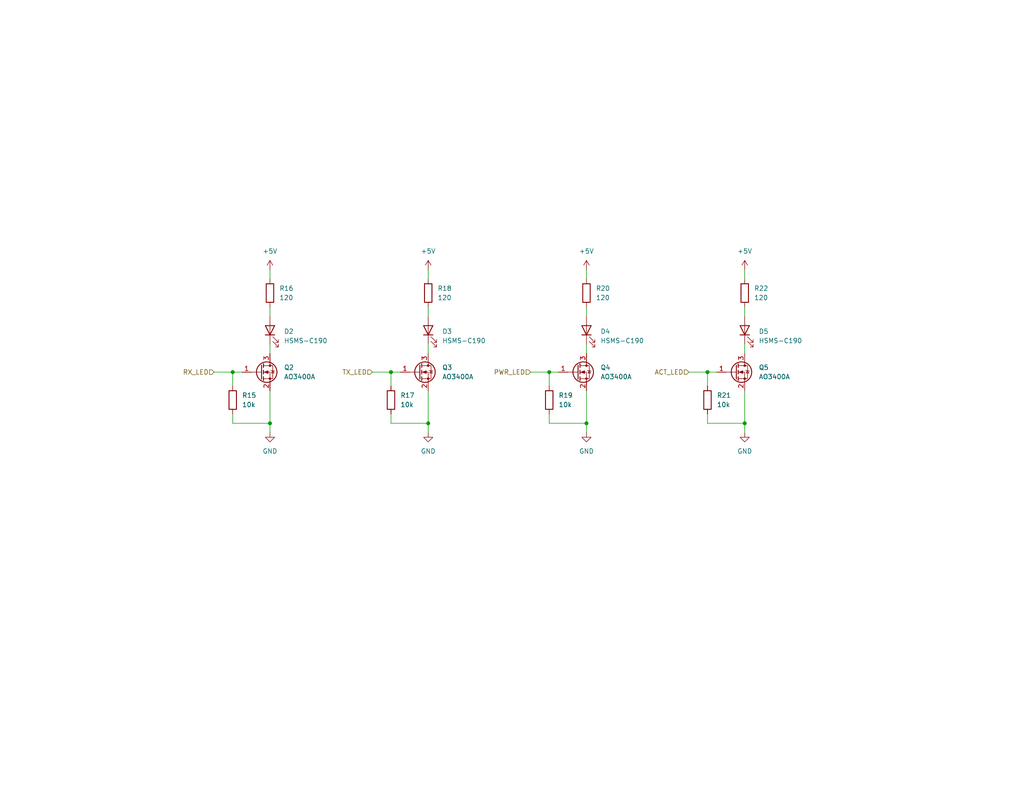
<source format=kicad_sch>
(kicad_sch (version 20211123) (generator eeschema)

  (uuid 833361f8-8c53-48ed-9658-52578bd70613)

  (paper "USLetter")

  (title_block
    (title "TJ Diag")
    (date "2023-09-12")
    (rev "V1.00")
    (company "andy@britishideas.com")
    (comment 1 "V210/ChryslerScanner_V210/schematic/ChryslerScanner_V210_schematic.pdf")
    (comment 2 "Based on: https://github.com/laszlodaniel/ChryslerScanner/blob/master/PCB/")
    (comment 3 "GPL V3 LICENSE")
  )

  (lib_symbols
    (symbol "Device:LED" (pin_numbers hide) (pin_names (offset 1.016) hide) (in_bom yes) (on_board yes)
      (property "Reference" "D" (id 0) (at 0 2.54 0)
        (effects (font (size 1.27 1.27)))
      )
      (property "Value" "LED" (id 1) (at 0 -2.54 0)
        (effects (font (size 1.27 1.27)))
      )
      (property "Footprint" "" (id 2) (at 0 0 0)
        (effects (font (size 1.27 1.27)) hide)
      )
      (property "Datasheet" "~" (id 3) (at 0 0 0)
        (effects (font (size 1.27 1.27)) hide)
      )
      (property "ki_keywords" "LED diode" (id 4) (at 0 0 0)
        (effects (font (size 1.27 1.27)) hide)
      )
      (property "ki_description" "Light emitting diode" (id 5) (at 0 0 0)
        (effects (font (size 1.27 1.27)) hide)
      )
      (property "ki_fp_filters" "LED* LED_SMD:* LED_THT:*" (id 6) (at 0 0 0)
        (effects (font (size 1.27 1.27)) hide)
      )
      (symbol "LED_0_1"
        (polyline
          (pts
            (xy -1.27 -1.27)
            (xy -1.27 1.27)
          )
          (stroke (width 0.254) (type default) (color 0 0 0 0))
          (fill (type none))
        )
        (polyline
          (pts
            (xy -1.27 0)
            (xy 1.27 0)
          )
          (stroke (width 0) (type default) (color 0 0 0 0))
          (fill (type none))
        )
        (polyline
          (pts
            (xy 1.27 -1.27)
            (xy 1.27 1.27)
            (xy -1.27 0)
            (xy 1.27 -1.27)
          )
          (stroke (width 0.254) (type default) (color 0 0 0 0))
          (fill (type none))
        )
        (polyline
          (pts
            (xy -3.048 -0.762)
            (xy -4.572 -2.286)
            (xy -3.81 -2.286)
            (xy -4.572 -2.286)
            (xy -4.572 -1.524)
          )
          (stroke (width 0) (type default) (color 0 0 0 0))
          (fill (type none))
        )
        (polyline
          (pts
            (xy -1.778 -0.762)
            (xy -3.302 -2.286)
            (xy -2.54 -2.286)
            (xy -3.302 -2.286)
            (xy -3.302 -1.524)
          )
          (stroke (width 0) (type default) (color 0 0 0 0))
          (fill (type none))
        )
      )
      (symbol "LED_1_1"
        (pin passive line (at -3.81 0 0) (length 2.54)
          (name "K" (effects (font (size 1.27 1.27))))
          (number "1" (effects (font (size 1.27 1.27))))
        )
        (pin passive line (at 3.81 0 180) (length 2.54)
          (name "A" (effects (font (size 1.27 1.27))))
          (number "2" (effects (font (size 1.27 1.27))))
        )
      )
    )
    (symbol "Device:R" (pin_numbers hide) (pin_names (offset 0)) (in_bom yes) (on_board yes)
      (property "Reference" "R" (id 0) (at 2.032 0 90)
        (effects (font (size 1.27 1.27)))
      )
      (property "Value" "R" (id 1) (at 0 0 90)
        (effects (font (size 1.27 1.27)))
      )
      (property "Footprint" "" (id 2) (at -1.778 0 90)
        (effects (font (size 1.27 1.27)) hide)
      )
      (property "Datasheet" "~" (id 3) (at 0 0 0)
        (effects (font (size 1.27 1.27)) hide)
      )
      (property "ki_keywords" "R res resistor" (id 4) (at 0 0 0)
        (effects (font (size 1.27 1.27)) hide)
      )
      (property "ki_description" "Resistor" (id 5) (at 0 0 0)
        (effects (font (size 1.27 1.27)) hide)
      )
      (property "ki_fp_filters" "R_*" (id 6) (at 0 0 0)
        (effects (font (size 1.27 1.27)) hide)
      )
      (symbol "R_0_1"
        (rectangle (start -1.016 -2.54) (end 1.016 2.54)
          (stroke (width 0.254) (type default) (color 0 0 0 0))
          (fill (type none))
        )
      )
      (symbol "R_1_1"
        (pin passive line (at 0 3.81 270) (length 1.27)
          (name "~" (effects (font (size 1.27 1.27))))
          (number "1" (effects (font (size 1.27 1.27))))
        )
        (pin passive line (at 0 -3.81 90) (length 1.27)
          (name "~" (effects (font (size 1.27 1.27))))
          (number "2" (effects (font (size 1.27 1.27))))
        )
      )
    )
    (symbol "Transistor_FET:AO3400A" (pin_names hide) (in_bom yes) (on_board yes)
      (property "Reference" "Q" (id 0) (at 5.08 1.905 0)
        (effects (font (size 1.27 1.27)) (justify left))
      )
      (property "Value" "AO3400A" (id 1) (at 5.08 0 0)
        (effects (font (size 1.27 1.27)) (justify left))
      )
      (property "Footprint" "Package_TO_SOT_SMD:SOT-23" (id 2) (at 5.08 -1.905 0)
        (effects (font (size 1.27 1.27) italic) (justify left) hide)
      )
      (property "Datasheet" "http://www.aosmd.com/pdfs/datasheet/AO3400A.pdf" (id 3) (at 0 0 0)
        (effects (font (size 1.27 1.27)) (justify left) hide)
      )
      (property "ki_keywords" "N-Channel MOSFET" (id 4) (at 0 0 0)
        (effects (font (size 1.27 1.27)) hide)
      )
      (property "ki_description" "30V Vds, 5.7A Id, N-Channel MOSFET, SOT-23" (id 5) (at 0 0 0)
        (effects (font (size 1.27 1.27)) hide)
      )
      (property "ki_fp_filters" "SOT?23*" (id 6) (at 0 0 0)
        (effects (font (size 1.27 1.27)) hide)
      )
      (symbol "AO3400A_0_1"
        (polyline
          (pts
            (xy 0.254 0)
            (xy -2.54 0)
          )
          (stroke (width 0) (type default) (color 0 0 0 0))
          (fill (type none))
        )
        (polyline
          (pts
            (xy 0.254 1.905)
            (xy 0.254 -1.905)
          )
          (stroke (width 0.254) (type default) (color 0 0 0 0))
          (fill (type none))
        )
        (polyline
          (pts
            (xy 0.762 -1.27)
            (xy 0.762 -2.286)
          )
          (stroke (width 0.254) (type default) (color 0 0 0 0))
          (fill (type none))
        )
        (polyline
          (pts
            (xy 0.762 0.508)
            (xy 0.762 -0.508)
          )
          (stroke (width 0.254) (type default) (color 0 0 0 0))
          (fill (type none))
        )
        (polyline
          (pts
            (xy 0.762 2.286)
            (xy 0.762 1.27)
          )
          (stroke (width 0.254) (type default) (color 0 0 0 0))
          (fill (type none))
        )
        (polyline
          (pts
            (xy 2.54 2.54)
            (xy 2.54 1.778)
          )
          (stroke (width 0) (type default) (color 0 0 0 0))
          (fill (type none))
        )
        (polyline
          (pts
            (xy 2.54 -2.54)
            (xy 2.54 0)
            (xy 0.762 0)
          )
          (stroke (width 0) (type default) (color 0 0 0 0))
          (fill (type none))
        )
        (polyline
          (pts
            (xy 0.762 -1.778)
            (xy 3.302 -1.778)
            (xy 3.302 1.778)
            (xy 0.762 1.778)
          )
          (stroke (width 0) (type default) (color 0 0 0 0))
          (fill (type none))
        )
        (polyline
          (pts
            (xy 1.016 0)
            (xy 2.032 0.381)
            (xy 2.032 -0.381)
            (xy 1.016 0)
          )
          (stroke (width 0) (type default) (color 0 0 0 0))
          (fill (type outline))
        )
        (polyline
          (pts
            (xy 2.794 0.508)
            (xy 2.921 0.381)
            (xy 3.683 0.381)
            (xy 3.81 0.254)
          )
          (stroke (width 0) (type default) (color 0 0 0 0))
          (fill (type none))
        )
        (polyline
          (pts
            (xy 3.302 0.381)
            (xy 2.921 -0.254)
            (xy 3.683 -0.254)
            (xy 3.302 0.381)
          )
          (stroke (width 0) (type default) (color 0 0 0 0))
          (fill (type none))
        )
        (circle (center 1.651 0) (radius 2.794)
          (stroke (width 0.254) (type default) (color 0 0 0 0))
          (fill (type none))
        )
        (circle (center 2.54 -1.778) (radius 0.254)
          (stroke (width 0) (type default) (color 0 0 0 0))
          (fill (type outline))
        )
        (circle (center 2.54 1.778) (radius 0.254)
          (stroke (width 0) (type default) (color 0 0 0 0))
          (fill (type outline))
        )
      )
      (symbol "AO3400A_1_1"
        (pin input line (at -5.08 0 0) (length 2.54)
          (name "G" (effects (font (size 1.27 1.27))))
          (number "1" (effects (font (size 1.27 1.27))))
        )
        (pin passive line (at 2.54 -5.08 90) (length 2.54)
          (name "S" (effects (font (size 1.27 1.27))))
          (number "2" (effects (font (size 1.27 1.27))))
        )
        (pin passive line (at 2.54 5.08 270) (length 2.54)
          (name "D" (effects (font (size 1.27 1.27))))
          (number "3" (effects (font (size 1.27 1.27))))
        )
      )
    )
    (symbol "power:+5V" (power) (pin_names (offset 0)) (in_bom yes) (on_board yes)
      (property "Reference" "#PWR" (id 0) (at 0 -3.81 0)
        (effects (font (size 1.27 1.27)) hide)
      )
      (property "Value" "+5V" (id 1) (at 0 3.556 0)
        (effects (font (size 1.27 1.27)))
      )
      (property "Footprint" "" (id 2) (at 0 0 0)
        (effects (font (size 1.27 1.27)) hide)
      )
      (property "Datasheet" "" (id 3) (at 0 0 0)
        (effects (font (size 1.27 1.27)) hide)
      )
      (property "ki_keywords" "power-flag" (id 4) (at 0 0 0)
        (effects (font (size 1.27 1.27)) hide)
      )
      (property "ki_description" "Power symbol creates a global label with name \"+5V\"" (id 5) (at 0 0 0)
        (effects (font (size 1.27 1.27)) hide)
      )
      (symbol "+5V_0_1"
        (polyline
          (pts
            (xy -0.762 1.27)
            (xy 0 2.54)
          )
          (stroke (width 0) (type default) (color 0 0 0 0))
          (fill (type none))
        )
        (polyline
          (pts
            (xy 0 0)
            (xy 0 2.54)
          )
          (stroke (width 0) (type default) (color 0 0 0 0))
          (fill (type none))
        )
        (polyline
          (pts
            (xy 0 2.54)
            (xy 0.762 1.27)
          )
          (stroke (width 0) (type default) (color 0 0 0 0))
          (fill (type none))
        )
      )
      (symbol "+5V_1_1"
        (pin power_in line (at 0 0 90) (length 0) hide
          (name "+5V" (effects (font (size 1.27 1.27))))
          (number "1" (effects (font (size 1.27 1.27))))
        )
      )
    )
    (symbol "power:GND" (power) (pin_names (offset 0)) (in_bom yes) (on_board yes)
      (property "Reference" "#PWR" (id 0) (at 0 -6.35 0)
        (effects (font (size 1.27 1.27)) hide)
      )
      (property "Value" "GND" (id 1) (at 0 -3.81 0)
        (effects (font (size 1.27 1.27)))
      )
      (property "Footprint" "" (id 2) (at 0 0 0)
        (effects (font (size 1.27 1.27)) hide)
      )
      (property "Datasheet" "" (id 3) (at 0 0 0)
        (effects (font (size 1.27 1.27)) hide)
      )
      (property "ki_keywords" "power-flag" (id 4) (at 0 0 0)
        (effects (font (size 1.27 1.27)) hide)
      )
      (property "ki_description" "Power symbol creates a global label with name \"GND\" , ground" (id 5) (at 0 0 0)
        (effects (font (size 1.27 1.27)) hide)
      )
      (symbol "GND_0_1"
        (polyline
          (pts
            (xy 0 0)
            (xy 0 -1.27)
            (xy 1.27 -1.27)
            (xy 0 -2.54)
            (xy -1.27 -1.27)
            (xy 0 -1.27)
          )
          (stroke (width 0) (type default) (color 0 0 0 0))
          (fill (type none))
        )
      )
      (symbol "GND_1_1"
        (pin power_in line (at 0 0 270) (length 0) hide
          (name "GND" (effects (font (size 1.27 1.27))))
          (number "1" (effects (font (size 1.27 1.27))))
        )
      )
    )
  )

  (junction (at 116.84 115.57) (diameter 0) (color 0 0 0 0)
    (uuid 04830953-29b6-4d97-9c19-28ddd0e510ed)
  )
  (junction (at 160.02 115.57) (diameter 0) (color 0 0 0 0)
    (uuid 5cf9dd07-6573-4736-927e-fe23441ef46d)
  )
  (junction (at 203.2 115.57) (diameter 0) (color 0 0 0 0)
    (uuid 7cc5bec8-15b4-469c-9a77-8d6a836c64d1)
  )
  (junction (at 63.5 101.6) (diameter 0) (color 0 0 0 0)
    (uuid 7fe89f71-b954-40ef-b64d-61665c52b1ad)
  )
  (junction (at 149.86 101.6) (diameter 0) (color 0 0 0 0)
    (uuid aca32e46-1928-42a1-bc8a-fdc0cec93761)
  )
  (junction (at 193.04 101.6) (diameter 0) (color 0 0 0 0)
    (uuid c8a0831f-12b2-46ab-9a57-bf98944c78e8)
  )
  (junction (at 106.68 101.6) (diameter 0) (color 0 0 0 0)
    (uuid d1416e9a-51b2-47d0-b940-643b9946685d)
  )
  (junction (at 73.66 115.57) (diameter 0) (color 0 0 0 0)
    (uuid dc322aed-873e-4def-98ed-e390f1233244)
  )

  (wire (pts (xy 106.68 115.57) (xy 116.84 115.57))
    (stroke (width 0) (type default) (color 0 0 0 0))
    (uuid 00cff15f-de39-432c-af9b-c2659418369c)
  )
  (wire (pts (xy 149.86 101.6) (xy 149.86 105.41))
    (stroke (width 0) (type default) (color 0 0 0 0))
    (uuid 0219b13e-9e84-4aca-be40-8a34d42fb5c7)
  )
  (wire (pts (xy 160.02 115.57) (xy 160.02 118.11))
    (stroke (width 0) (type default) (color 0 0 0 0))
    (uuid 037b9295-d260-49ef-a6d9-b323016d2008)
  )
  (wire (pts (xy 193.04 113.03) (xy 193.04 115.57))
    (stroke (width 0) (type default) (color 0 0 0 0))
    (uuid 03922e81-bd37-47a0-986c-8e75a0bccef9)
  )
  (wire (pts (xy 101.6 101.6) (xy 106.68 101.6))
    (stroke (width 0) (type default) (color 0 0 0 0))
    (uuid 089c5510-b17d-4c6c-8ba6-7e4243684698)
  )
  (wire (pts (xy 193.04 115.57) (xy 203.2 115.57))
    (stroke (width 0) (type default) (color 0 0 0 0))
    (uuid 0b2863bd-f84e-434e-a283-b0f57511e3c9)
  )
  (wire (pts (xy 160.02 73.66) (xy 160.02 76.2))
    (stroke (width 0) (type default) (color 0 0 0 0))
    (uuid 0dbec77a-32b2-401f-94e3-8a69acee606f)
  )
  (wire (pts (xy 203.2 83.82) (xy 203.2 86.36))
    (stroke (width 0) (type default) (color 0 0 0 0))
    (uuid 206d5066-bae9-4662-ae72-7289c84c18f6)
  )
  (wire (pts (xy 160.02 83.82) (xy 160.02 86.36))
    (stroke (width 0) (type default) (color 0 0 0 0))
    (uuid 2f93924d-b64e-4583-8d3e-7176997926f8)
  )
  (wire (pts (xy 116.84 115.57) (xy 116.84 118.11))
    (stroke (width 0) (type default) (color 0 0 0 0))
    (uuid 317fb52a-e2bd-486e-a68e-629cbe156465)
  )
  (wire (pts (xy 160.02 106.68) (xy 160.02 115.57))
    (stroke (width 0) (type default) (color 0 0 0 0))
    (uuid 33754347-34c9-4ce9-ab9b-8e1817308665)
  )
  (wire (pts (xy 144.78 101.6) (xy 149.86 101.6))
    (stroke (width 0) (type default) (color 0 0 0 0))
    (uuid 67d974d2-75c9-40e8-9aba-26f61f0100ea)
  )
  (wire (pts (xy 106.68 101.6) (xy 106.68 105.41))
    (stroke (width 0) (type default) (color 0 0 0 0))
    (uuid 6f74fa48-6caf-4eba-926b-dab33f701555)
  )
  (wire (pts (xy 116.84 106.68) (xy 116.84 115.57))
    (stroke (width 0) (type default) (color 0 0 0 0))
    (uuid 7c0bb3c1-c6f4-48ff-ae8f-b9645912cca1)
  )
  (wire (pts (xy 63.5 115.57) (xy 73.66 115.57))
    (stroke (width 0) (type default) (color 0 0 0 0))
    (uuid 7fc7c0b3-2bd0-4f33-ace7-25a44e710c26)
  )
  (wire (pts (xy 195.58 101.6) (xy 193.04 101.6))
    (stroke (width 0) (type default) (color 0 0 0 0))
    (uuid 80de4abb-7f12-4a9b-ba3d-a66c1581afa7)
  )
  (wire (pts (xy 203.2 106.68) (xy 203.2 115.57))
    (stroke (width 0) (type default) (color 0 0 0 0))
    (uuid 8e75d6b7-1a16-49b5-8db3-f790e912ab2e)
  )
  (wire (pts (xy 149.86 115.57) (xy 160.02 115.57))
    (stroke (width 0) (type default) (color 0 0 0 0))
    (uuid 9200acd8-f677-4d12-b165-cbde95189181)
  )
  (wire (pts (xy 63.5 113.03) (xy 63.5 115.57))
    (stroke (width 0) (type default) (color 0 0 0 0))
    (uuid 93213cec-399d-470e-9bed-c19b56fca9eb)
  )
  (wire (pts (xy 73.66 93.98) (xy 73.66 96.52))
    (stroke (width 0) (type default) (color 0 0 0 0))
    (uuid 93d651e6-72ea-4760-b1b8-aeb4a0722a21)
  )
  (wire (pts (xy 66.04 101.6) (xy 63.5 101.6))
    (stroke (width 0) (type default) (color 0 0 0 0))
    (uuid 9617f98a-054e-4e8a-a8c8-881c99604ee7)
  )
  (wire (pts (xy 73.66 106.68) (xy 73.66 115.57))
    (stroke (width 0) (type default) (color 0 0 0 0))
    (uuid a4ffc0aa-2f9b-4a52-af0b-f77e9bb572a2)
  )
  (wire (pts (xy 160.02 93.98) (xy 160.02 96.52))
    (stroke (width 0) (type default) (color 0 0 0 0))
    (uuid aae5cd89-64d8-4615-a214-2511ed87102c)
  )
  (wire (pts (xy 203.2 93.98) (xy 203.2 96.52))
    (stroke (width 0) (type default) (color 0 0 0 0))
    (uuid af620e5e-2289-46ba-9ef3-3b9395886f50)
  )
  (wire (pts (xy 73.66 73.66) (xy 73.66 76.2))
    (stroke (width 0) (type default) (color 0 0 0 0))
    (uuid b2cf3fb0-8006-4879-bac4-dae77a6f007c)
  )
  (wire (pts (xy 203.2 73.66) (xy 203.2 76.2))
    (stroke (width 0) (type default) (color 0 0 0 0))
    (uuid b32eeab8-23a3-429b-a1d1-643696ee3b43)
  )
  (wire (pts (xy 63.5 101.6) (xy 63.5 105.41))
    (stroke (width 0) (type default) (color 0 0 0 0))
    (uuid b4b1efc9-0402-4b02-8a6e-1fe535c16b45)
  )
  (wire (pts (xy 109.22 101.6) (xy 106.68 101.6))
    (stroke (width 0) (type default) (color 0 0 0 0))
    (uuid b63ab098-2b9c-4212-9296-54478c3c8eb5)
  )
  (wire (pts (xy 106.68 113.03) (xy 106.68 115.57))
    (stroke (width 0) (type default) (color 0 0 0 0))
    (uuid ba38702c-527a-4127-af17-207e7a97c6fc)
  )
  (wire (pts (xy 187.96 101.6) (xy 193.04 101.6))
    (stroke (width 0) (type default) (color 0 0 0 0))
    (uuid bc9f3d57-a193-4e04-bcba-a7a13b7506fb)
  )
  (wire (pts (xy 58.42 101.6) (xy 63.5 101.6))
    (stroke (width 0) (type default) (color 0 0 0 0))
    (uuid c3b60cb4-12c7-4ff9-b38c-b065572dd9fa)
  )
  (wire (pts (xy 152.4 101.6) (xy 149.86 101.6))
    (stroke (width 0) (type default) (color 0 0 0 0))
    (uuid c62c8741-05c2-4690-971f-237d7c4327a4)
  )
  (wire (pts (xy 116.84 73.66) (xy 116.84 76.2))
    (stroke (width 0) (type default) (color 0 0 0 0))
    (uuid cb9c1808-a89d-4d41-bdc0-7e4dedfb36e8)
  )
  (wire (pts (xy 73.66 115.57) (xy 73.66 118.11))
    (stroke (width 0) (type default) (color 0 0 0 0))
    (uuid d18622a1-4b31-44ca-8b4e-25cc9a41c099)
  )
  (wire (pts (xy 73.66 83.82) (xy 73.66 86.36))
    (stroke (width 0) (type default) (color 0 0 0 0))
    (uuid d83892f6-c7d1-46d7-a213-1a6334af9167)
  )
  (wire (pts (xy 149.86 113.03) (xy 149.86 115.57))
    (stroke (width 0) (type default) (color 0 0 0 0))
    (uuid e86be2b4-4401-4fb1-b865-b7aa7ff80ce2)
  )
  (wire (pts (xy 193.04 101.6) (xy 193.04 105.41))
    (stroke (width 0) (type default) (color 0 0 0 0))
    (uuid e9e64243-45ec-49e2-bfac-b389c2f1a0a6)
  )
  (wire (pts (xy 203.2 115.57) (xy 203.2 118.11))
    (stroke (width 0) (type default) (color 0 0 0 0))
    (uuid eea32a2d-ad40-4d08-88f7-43305e925231)
  )
  (wire (pts (xy 116.84 93.98) (xy 116.84 96.52))
    (stroke (width 0) (type default) (color 0 0 0 0))
    (uuid f738e2e0-1ad7-4e93-b28f-d289f28e63de)
  )
  (wire (pts (xy 116.84 83.82) (xy 116.84 86.36))
    (stroke (width 0) (type default) (color 0 0 0 0))
    (uuid f879d52b-cecc-4848-9ffe-a19ad23938d8)
  )

  (hierarchical_label "ACT_LED" (shape input) (at 187.96 101.6 180)
    (effects (font (size 1.27 1.27)) (justify right))
    (uuid 1840e748-ed01-41fc-af12-5ae8b7146c5f)
  )
  (hierarchical_label "PWR_LED" (shape input) (at 144.78 101.6 180)
    (effects (font (size 1.27 1.27)) (justify right))
    (uuid 3dbe85ff-09e5-4646-9149-e783fc9cbbef)
  )
  (hierarchical_label "RX_LED" (shape input) (at 58.42 101.6 180)
    (effects (font (size 1.27 1.27)) (justify right))
    (uuid 678f376b-8e7f-402c-9fa4-5194a39ab061)
  )
  (hierarchical_label "TX_LED" (shape input) (at 101.6 101.6 180)
    (effects (font (size 1.27 1.27)) (justify right))
    (uuid 8800e02e-a629-4bfa-84d2-56f0a431e20c)
  )

  (symbol (lib_id "power:GND") (at 203.2 118.11 0) (unit 1)
    (in_bom yes) (on_board yes) (fields_autoplaced)
    (uuid 082b0287-de18-42e6-9b57-bb9231c3629f)
    (property "Reference" "#PWR030" (id 0) (at 203.2 124.46 0)
      (effects (font (size 1.27 1.27)) hide)
    )
    (property "Value" "GND" (id 1) (at 203.2 123.19 0))
    (property "Footprint" "" (id 2) (at 203.2 118.11 0)
      (effects (font (size 1.27 1.27)) hide)
    )
    (property "Datasheet" "" (id 3) (at 203.2 118.11 0)
      (effects (font (size 1.27 1.27)) hide)
    )
    (pin "1" (uuid ee5ff7e9-482d-4d7d-bf65-f58d63c6027b))
  )

  (symbol (lib_id "power:GND") (at 160.02 118.11 0) (unit 1)
    (in_bom yes) (on_board yes) (fields_autoplaced)
    (uuid 0fd6704f-f452-49d5-b75b-27340646f8ab)
    (property "Reference" "#PWR028" (id 0) (at 160.02 124.46 0)
      (effects (font (size 1.27 1.27)) hide)
    )
    (property "Value" "GND" (id 1) (at 160.02 123.19 0))
    (property "Footprint" "" (id 2) (at 160.02 118.11 0)
      (effects (font (size 1.27 1.27)) hide)
    )
    (property "Datasheet" "" (id 3) (at 160.02 118.11 0)
      (effects (font (size 1.27 1.27)) hide)
    )
    (pin "1" (uuid a5649593-101c-443e-b150-a7fe4a238dec))
  )

  (symbol (lib_id "Device:R") (at 63.5 109.22 0) (unit 1)
    (in_bom yes) (on_board yes) (fields_autoplaced)
    (uuid 1905d65c-40c2-47e3-b5e5-59bb6e9e0601)
    (property "Reference" "R15" (id 0) (at 66.04 107.9499 0)
      (effects (font (size 1.27 1.27)) (justify left))
    )
    (property "Value" "10k" (id 1) (at 66.04 110.4899 0)
      (effects (font (size 1.27 1.27)) (justify left))
    )
    (property "Footprint" "Resistor_SMD:R_0603_1608Metric" (id 2) (at 61.722 109.22 90)
      (effects (font (size 1.27 1.27)) hide)
    )
    (property "Datasheet" "~" (id 3) (at 63.5 109.22 0)
      (effects (font (size 1.27 1.27)) hide)
    )
    (pin "1" (uuid d8cecc19-8512-4972-8884-94bcce837e68))
    (pin "2" (uuid 628d788f-7c4a-4d61-aa77-e1ddf3626583))
  )

  (symbol (lib_id "Device:LED") (at 73.66 90.17 90) (unit 1)
    (in_bom yes) (on_board yes) (fields_autoplaced)
    (uuid 1d48c4e8-4db9-4db6-b508-64a7bee61ea3)
    (property "Reference" "D2" (id 0) (at 77.47 90.4874 90)
      (effects (font (size 1.27 1.27)) (justify right))
    )
    (property "Value" "HSMS-C190" (id 1) (at 77.47 93.0274 90)
      (effects (font (size 1.27 1.27)) (justify right))
    )
    (property "Footprint" "LED_SMD:LED_0603_1608Metric" (id 2) (at 73.66 90.17 0)
      (effects (font (size 1.27 1.27)) hide)
    )
    (property "Datasheet" "~" (id 3) (at 73.66 90.17 0)
      (effects (font (size 1.27 1.27)) hide)
    )
    (pin "1" (uuid dd1ea112-7bed-4bcd-a963-1c186f3ce7f1))
    (pin "2" (uuid 2a1fa406-6e0e-40d8-8636-bfaecf6296c0))
  )

  (symbol (lib_id "Device:R") (at 149.86 109.22 0) (unit 1)
    (in_bom yes) (on_board yes) (fields_autoplaced)
    (uuid 25c2271f-0528-4c13-82fd-d7e16ca273a5)
    (property "Reference" "R19" (id 0) (at 152.4 107.9499 0)
      (effects (font (size 1.27 1.27)) (justify left))
    )
    (property "Value" "10k" (id 1) (at 152.4 110.4899 0)
      (effects (font (size 1.27 1.27)) (justify left))
    )
    (property "Footprint" "Resistor_SMD:R_0603_1608Metric" (id 2) (at 148.082 109.22 90)
      (effects (font (size 1.27 1.27)) hide)
    )
    (property "Datasheet" "~" (id 3) (at 149.86 109.22 0)
      (effects (font (size 1.27 1.27)) hide)
    )
    (pin "1" (uuid ad7e2017-a73b-4710-94f1-9b5b5fa78183))
    (pin "2" (uuid ca162253-ca12-42e9-ba27-d2a5004b80d4))
  )

  (symbol (lib_id "power:+5V") (at 203.2 73.66 0) (unit 1)
    (in_bom yes) (on_board yes) (fields_autoplaced)
    (uuid 2bf0ebc9-9337-4f95-8327-8183d71b5c56)
    (property "Reference" "#PWR029" (id 0) (at 203.2 77.47 0)
      (effects (font (size 1.27 1.27)) hide)
    )
    (property "Value" "+5V" (id 1) (at 203.2 68.58 0))
    (property "Footprint" "" (id 2) (at 203.2 73.66 0)
      (effects (font (size 1.27 1.27)) hide)
    )
    (property "Datasheet" "" (id 3) (at 203.2 73.66 0)
      (effects (font (size 1.27 1.27)) hide)
    )
    (pin "1" (uuid 83c136ce-bc99-4649-9ef4-56579651bc0f))
  )

  (symbol (lib_id "Transistor_FET:AO3400A") (at 71.12 101.6 0) (unit 1)
    (in_bom yes) (on_board yes) (fields_autoplaced)
    (uuid 2d82e73c-aa02-411d-885c-11d77e6dcf61)
    (property "Reference" "Q2" (id 0) (at 77.47 100.3299 0)
      (effects (font (size 1.27 1.27)) (justify left))
    )
    (property "Value" "AO3400A" (id 1) (at 77.47 102.8699 0)
      (effects (font (size 1.27 1.27)) (justify left))
    )
    (property "Footprint" "Package_TO_SOT_SMD:SOT-23" (id 2) (at 76.2 103.505 0)
      (effects (font (size 1.27 1.27) italic) (justify left) hide)
    )
    (property "Datasheet" "http://www.aosmd.com/pdfs/datasheet/AO3400A.pdf" (id 3) (at 71.12 101.6 0)
      (effects (font (size 1.27 1.27)) (justify left) hide)
    )
    (property "manf#" "AO3400A" (id 4) (at 71.12 101.6 0)
      (effects (font (size 1.27 1.27)) hide)
    )
    (pin "1" (uuid 8667a27a-380c-457f-9998-5f3468b50534))
    (pin "2" (uuid f4d92d28-2314-4235-adfe-67c196508309))
    (pin "3" (uuid 7b7ae8b5-8c38-48a3-88c1-23978158d0f9))
  )

  (symbol (lib_id "power:GND") (at 116.84 118.11 0) (unit 1)
    (in_bom yes) (on_board yes) (fields_autoplaced)
    (uuid 30155fa8-0cfb-4d1c-bf7c-fd1ac498f660)
    (property "Reference" "#PWR026" (id 0) (at 116.84 124.46 0)
      (effects (font (size 1.27 1.27)) hide)
    )
    (property "Value" "GND" (id 1) (at 116.84 123.19 0))
    (property "Footprint" "" (id 2) (at 116.84 118.11 0)
      (effects (font (size 1.27 1.27)) hide)
    )
    (property "Datasheet" "" (id 3) (at 116.84 118.11 0)
      (effects (font (size 1.27 1.27)) hide)
    )
    (pin "1" (uuid d5eb4dc5-93a7-49f6-b0de-603c1bad2299))
  )

  (symbol (lib_id "Device:R") (at 73.66 80.01 0) (unit 1)
    (in_bom yes) (on_board yes) (fields_autoplaced)
    (uuid 3c81297c-888b-4b6e-84d1-17e1657974a9)
    (property "Reference" "R16" (id 0) (at 76.2 78.7399 0)
      (effects (font (size 1.27 1.27)) (justify left))
    )
    (property "Value" "120" (id 1) (at 76.2 81.2799 0)
      (effects (font (size 1.27 1.27)) (justify left))
    )
    (property "Footprint" "Resistor_SMD:R_0603_1608Metric" (id 2) (at 71.882 80.01 90)
      (effects (font (size 1.27 1.27)) hide)
    )
    (property "Datasheet" "~" (id 3) (at 73.66 80.01 0)
      (effects (font (size 1.27 1.27)) hide)
    )
    (pin "1" (uuid 3fdcd470-0ad5-492a-92a4-889bcbd2102c))
    (pin "2" (uuid 1e812d13-adf3-487c-ad7d-b4a26491b207))
  )

  (symbol (lib_id "Transistor_FET:AO3400A") (at 157.48 101.6 0) (unit 1)
    (in_bom yes) (on_board yes) (fields_autoplaced)
    (uuid 43f7aaac-8d15-474e-879e-ee6964198cb7)
    (property "Reference" "Q4" (id 0) (at 163.83 100.3299 0)
      (effects (font (size 1.27 1.27)) (justify left))
    )
    (property "Value" "AO3400A" (id 1) (at 163.83 102.8699 0)
      (effects (font (size 1.27 1.27)) (justify left))
    )
    (property "Footprint" "Package_TO_SOT_SMD:SOT-23" (id 2) (at 162.56 103.505 0)
      (effects (font (size 1.27 1.27) italic) (justify left) hide)
    )
    (property "Datasheet" "http://www.aosmd.com/pdfs/datasheet/AO3400A.pdf" (id 3) (at 157.48 101.6 0)
      (effects (font (size 1.27 1.27)) (justify left) hide)
    )
    (property "manf#" "AO3400A" (id 4) (at 157.48 101.6 0)
      (effects (font (size 1.27 1.27)) hide)
    )
    (pin "1" (uuid 53224df4-a069-473e-b1d3-621b83d99d3b))
    (pin "2" (uuid 9e0a24cf-22d9-4161-adb7-670c57e72ceb))
    (pin "3" (uuid d09ef953-558a-4d77-96b1-bdc7304fd9d6))
  )

  (symbol (lib_id "Transistor_FET:AO3400A") (at 200.66 101.6 0) (unit 1)
    (in_bom yes) (on_board yes) (fields_autoplaced)
    (uuid 482261bd-72b4-40b7-8b50-b592e421127f)
    (property "Reference" "Q5" (id 0) (at 207.01 100.3299 0)
      (effects (font (size 1.27 1.27)) (justify left))
    )
    (property "Value" "AO3400A" (id 1) (at 207.01 102.8699 0)
      (effects (font (size 1.27 1.27)) (justify left))
    )
    (property "Footprint" "Package_TO_SOT_SMD:SOT-23" (id 2) (at 205.74 103.505 0)
      (effects (font (size 1.27 1.27) italic) (justify left) hide)
    )
    (property "Datasheet" "http://www.aosmd.com/pdfs/datasheet/AO3400A.pdf" (id 3) (at 200.66 101.6 0)
      (effects (font (size 1.27 1.27)) (justify left) hide)
    )
    (property "manf#" "AO3400A" (id 4) (at 200.66 101.6 0)
      (effects (font (size 1.27 1.27)) hide)
    )
    (pin "1" (uuid 51b2a089-12a0-4708-baec-94c9b627bd7b))
    (pin "2" (uuid c42dc5ec-751a-4f83-a9d0-6c5c27ee4afb))
    (pin "3" (uuid e0504c7d-da6e-479a-a185-ca13ae7362a7))
  )

  (symbol (lib_id "power:+5V") (at 73.66 73.66 0) (unit 1)
    (in_bom yes) (on_board yes) (fields_autoplaced)
    (uuid 4c28f5db-f2ae-4339-8115-43e3ee974842)
    (property "Reference" "#PWR023" (id 0) (at 73.66 77.47 0)
      (effects (font (size 1.27 1.27)) hide)
    )
    (property "Value" "+5V" (id 1) (at 73.66 68.58 0))
    (property "Footprint" "" (id 2) (at 73.66 73.66 0)
      (effects (font (size 1.27 1.27)) hide)
    )
    (property "Datasheet" "" (id 3) (at 73.66 73.66 0)
      (effects (font (size 1.27 1.27)) hide)
    )
    (pin "1" (uuid 2799eca4-a1e3-4460-b487-d488819771b8))
  )

  (symbol (lib_id "power:GND") (at 73.66 118.11 0) (unit 1)
    (in_bom yes) (on_board yes) (fields_autoplaced)
    (uuid 501e7245-cffa-430b-aad7-21a63ecfc349)
    (property "Reference" "#PWR024" (id 0) (at 73.66 124.46 0)
      (effects (font (size 1.27 1.27)) hide)
    )
    (property "Value" "GND" (id 1) (at 73.66 123.19 0))
    (property "Footprint" "" (id 2) (at 73.66 118.11 0)
      (effects (font (size 1.27 1.27)) hide)
    )
    (property "Datasheet" "" (id 3) (at 73.66 118.11 0)
      (effects (font (size 1.27 1.27)) hide)
    )
    (pin "1" (uuid f806ebdb-e034-4959-98f6-45772430b8f0))
  )

  (symbol (lib_id "Device:R") (at 203.2 80.01 0) (unit 1)
    (in_bom yes) (on_board yes) (fields_autoplaced)
    (uuid 55d1d9cc-0f5f-4d81-b9a0-42ce8f80c2b8)
    (property "Reference" "R22" (id 0) (at 205.74 78.7399 0)
      (effects (font (size 1.27 1.27)) (justify left))
    )
    (property "Value" "120" (id 1) (at 205.74 81.2799 0)
      (effects (font (size 1.27 1.27)) (justify left))
    )
    (property "Footprint" "Resistor_SMD:R_0603_1608Metric" (id 2) (at 201.422 80.01 90)
      (effects (font (size 1.27 1.27)) hide)
    )
    (property "Datasheet" "~" (id 3) (at 203.2 80.01 0)
      (effects (font (size 1.27 1.27)) hide)
    )
    (pin "1" (uuid cf7ea4bb-dcfc-45ef-8850-ca639fb108f3))
    (pin "2" (uuid 47b00ee3-a30f-4b4e-8b95-68b2bf89971f))
  )

  (symbol (lib_id "Device:R") (at 160.02 80.01 0) (unit 1)
    (in_bom yes) (on_board yes) (fields_autoplaced)
    (uuid 83ea2fdd-7ebc-4588-9f9a-4717cc6894ef)
    (property "Reference" "R20" (id 0) (at 162.56 78.7399 0)
      (effects (font (size 1.27 1.27)) (justify left))
    )
    (property "Value" "120" (id 1) (at 162.56 81.2799 0)
      (effects (font (size 1.27 1.27)) (justify left))
    )
    (property "Footprint" "Resistor_SMD:R_0603_1608Metric" (id 2) (at 158.242 80.01 90)
      (effects (font (size 1.27 1.27)) hide)
    )
    (property "Datasheet" "~" (id 3) (at 160.02 80.01 0)
      (effects (font (size 1.27 1.27)) hide)
    )
    (pin "1" (uuid fa2fdf42-82a1-477a-a056-d2eff89a61d9))
    (pin "2" (uuid c9b62c04-0b42-4dd9-80f4-9a995b66314b))
  )

  (symbol (lib_id "Device:R") (at 106.68 109.22 0) (unit 1)
    (in_bom yes) (on_board yes) (fields_autoplaced)
    (uuid 8702ec24-1dbd-421d-b96c-c88359045fb3)
    (property "Reference" "R17" (id 0) (at 109.22 107.9499 0)
      (effects (font (size 1.27 1.27)) (justify left))
    )
    (property "Value" "10k" (id 1) (at 109.22 110.4899 0)
      (effects (font (size 1.27 1.27)) (justify left))
    )
    (property "Footprint" "Resistor_SMD:R_0603_1608Metric" (id 2) (at 104.902 109.22 90)
      (effects (font (size 1.27 1.27)) hide)
    )
    (property "Datasheet" "~" (id 3) (at 106.68 109.22 0)
      (effects (font (size 1.27 1.27)) hide)
    )
    (pin "1" (uuid 82af2bc1-c1e5-494e-9fde-f161892b8f03))
    (pin "2" (uuid de5bfab5-b48f-4f3c-abb9-0ecfd7789b81))
  )

  (symbol (lib_id "Device:LED") (at 116.84 90.17 90) (unit 1)
    (in_bom yes) (on_board yes) (fields_autoplaced)
    (uuid 9303554e-d286-4e97-9169-5bf952aa994c)
    (property "Reference" "D3" (id 0) (at 120.65 90.4874 90)
      (effects (font (size 1.27 1.27)) (justify right))
    )
    (property "Value" "HSMS-C190" (id 1) (at 120.65 93.0274 90)
      (effects (font (size 1.27 1.27)) (justify right))
    )
    (property "Footprint" "LED_SMD:LED_0603_1608Metric" (id 2) (at 116.84 90.17 0)
      (effects (font (size 1.27 1.27)) hide)
    )
    (property "Datasheet" "~" (id 3) (at 116.84 90.17 0)
      (effects (font (size 1.27 1.27)) hide)
    )
    (pin "1" (uuid c2da4d84-9290-4f97-a570-8943072c87f3))
    (pin "2" (uuid 09ff23fd-9032-4c68-8852-a515cb5ae2c3))
  )

  (symbol (lib_id "Device:LED") (at 160.02 90.17 90) (unit 1)
    (in_bom yes) (on_board yes) (fields_autoplaced)
    (uuid 99252c18-0fcd-4210-b1aa-e74395ba0392)
    (property "Reference" "D4" (id 0) (at 163.83 90.4874 90)
      (effects (font (size 1.27 1.27)) (justify right))
    )
    (property "Value" "HSMS-C190" (id 1) (at 163.83 93.0274 90)
      (effects (font (size 1.27 1.27)) (justify right))
    )
    (property "Footprint" "LED_SMD:LED_0603_1608Metric" (id 2) (at 160.02 90.17 0)
      (effects (font (size 1.27 1.27)) hide)
    )
    (property "Datasheet" "~" (id 3) (at 160.02 90.17 0)
      (effects (font (size 1.27 1.27)) hide)
    )
    (pin "1" (uuid 023aa6f5-3c15-400a-8df8-f629f4848e41))
    (pin "2" (uuid 633f6134-d5c0-4285-bac3-a72b688aac9b))
  )

  (symbol (lib_id "Device:R") (at 193.04 109.22 0) (unit 1)
    (in_bom yes) (on_board yes) (fields_autoplaced)
    (uuid acfff190-dc8e-42c3-84cf-96b6236ab2ec)
    (property "Reference" "R21" (id 0) (at 195.58 107.9499 0)
      (effects (font (size 1.27 1.27)) (justify left))
    )
    (property "Value" "10k" (id 1) (at 195.58 110.4899 0)
      (effects (font (size 1.27 1.27)) (justify left))
    )
    (property "Footprint" "Resistor_SMD:R_0603_1608Metric" (id 2) (at 191.262 109.22 90)
      (effects (font (size 1.27 1.27)) hide)
    )
    (property "Datasheet" "~" (id 3) (at 193.04 109.22 0)
      (effects (font (size 1.27 1.27)) hide)
    )
    (pin "1" (uuid f9026f25-f224-4456-9286-dbdbcbb4734b))
    (pin "2" (uuid 7959d1f5-f0b5-4f00-8fc6-48d1072dfd41))
  )

  (symbol (lib_id "power:+5V") (at 116.84 73.66 0) (unit 1)
    (in_bom yes) (on_board yes) (fields_autoplaced)
    (uuid c0c1477c-88c4-4045-8a8b-72de7efcee34)
    (property "Reference" "#PWR025" (id 0) (at 116.84 77.47 0)
      (effects (font (size 1.27 1.27)) hide)
    )
    (property "Value" "+5V" (id 1) (at 116.84 68.58 0))
    (property "Footprint" "" (id 2) (at 116.84 73.66 0)
      (effects (font (size 1.27 1.27)) hide)
    )
    (property "Datasheet" "" (id 3) (at 116.84 73.66 0)
      (effects (font (size 1.27 1.27)) hide)
    )
    (pin "1" (uuid 98da4ce6-0ff4-4ea2-bb8b-109a6a0a8328))
  )

  (symbol (lib_id "Transistor_FET:AO3400A") (at 114.3 101.6 0) (unit 1)
    (in_bom yes) (on_board yes) (fields_autoplaced)
    (uuid cc0d8e2b-fb07-4c46-9208-4225c6cbf38a)
    (property "Reference" "Q3" (id 0) (at 120.65 100.3299 0)
      (effects (font (size 1.27 1.27)) (justify left))
    )
    (property "Value" "AO3400A" (id 1) (at 120.65 102.8699 0)
      (effects (font (size 1.27 1.27)) (justify left))
    )
    (property "Footprint" "Package_TO_SOT_SMD:SOT-23" (id 2) (at 119.38 103.505 0)
      (effects (font (size 1.27 1.27) italic) (justify left) hide)
    )
    (property "Datasheet" "http://www.aosmd.com/pdfs/datasheet/AO3400A.pdf" (id 3) (at 114.3 101.6 0)
      (effects (font (size 1.27 1.27)) (justify left) hide)
    )
    (property "manf#" "AO3400A" (id 4) (at 114.3 101.6 0)
      (effects (font (size 1.27 1.27)) hide)
    )
    (pin "1" (uuid 8456debd-f792-49ac-b64e-9bd4cc98cc4e))
    (pin "2" (uuid 0569be45-dc32-4563-828b-2814e89003a4))
    (pin "3" (uuid 5245dd15-8662-4dc8-9311-8ff25696d96a))
  )

  (symbol (lib_id "Device:LED") (at 203.2 90.17 90) (unit 1)
    (in_bom yes) (on_board yes) (fields_autoplaced)
    (uuid d90ee74c-2e59-4399-8138-3c655d863db3)
    (property "Reference" "D5" (id 0) (at 207.01 90.4874 90)
      (effects (font (size 1.27 1.27)) (justify right))
    )
    (property "Value" "HSMS-C190" (id 1) (at 207.01 93.0274 90)
      (effects (font (size 1.27 1.27)) (justify right))
    )
    (property "Footprint" "LED_SMD:LED_0603_1608Metric" (id 2) (at 203.2 90.17 0)
      (effects (font (size 1.27 1.27)) hide)
    )
    (property "Datasheet" "~" (id 3) (at 203.2 90.17 0)
      (effects (font (size 1.27 1.27)) hide)
    )
    (pin "1" (uuid d15e5ea4-3ddb-4342-aeb4-d3182f98eb09))
    (pin "2" (uuid bc002bc5-f571-4b9d-967a-b6b07d8b8c37))
  )

  (symbol (lib_id "Device:R") (at 116.84 80.01 0) (unit 1)
    (in_bom yes) (on_board yes) (fields_autoplaced)
    (uuid db6d7b0c-a4d4-4f85-b91d-dcee760baf49)
    (property "Reference" "R18" (id 0) (at 119.38 78.7399 0)
      (effects (font (size 1.27 1.27)) (justify left))
    )
    (property "Value" "120" (id 1) (at 119.38 81.2799 0)
      (effects (font (size 1.27 1.27)) (justify left))
    )
    (property "Footprint" "Resistor_SMD:R_0603_1608Metric" (id 2) (at 115.062 80.01 90)
      (effects (font (size 1.27 1.27)) hide)
    )
    (property "Datasheet" "~" (id 3) (at 116.84 80.01 0)
      (effects (font (size 1.27 1.27)) hide)
    )
    (pin "1" (uuid 2e80deb1-ac7b-4d43-b1aa-7137073396a6))
    (pin "2" (uuid e21691c3-a392-4a39-9829-8dca11c67157))
  )

  (symbol (lib_id "power:+5V") (at 160.02 73.66 0) (unit 1)
    (in_bom yes) (on_board yes) (fields_autoplaced)
    (uuid e806a1fb-881e-4fd4-854e-fa303afba1c8)
    (property "Reference" "#PWR027" (id 0) (at 160.02 77.47 0)
      (effects (font (size 1.27 1.27)) hide)
    )
    (property "Value" "+5V" (id 1) (at 160.02 68.58 0))
    (property "Footprint" "" (id 2) (at 160.02 73.66 0)
      (effects (font (size 1.27 1.27)) hide)
    )
    (property "Datasheet" "" (id 3) (at 160.02 73.66 0)
      (effects (font (size 1.27 1.27)) hide)
    )
    (pin "1" (uuid 24e38b9c-0734-4336-aa46-6f4777de6912))
  )
)

</source>
